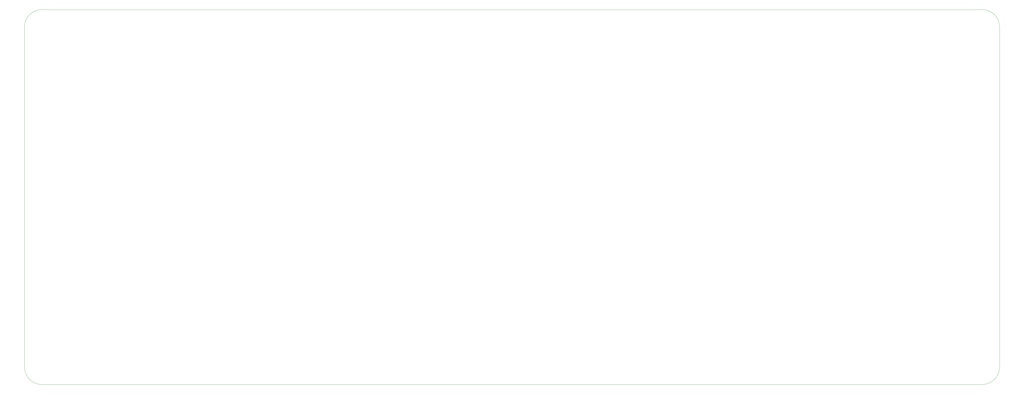
<source format=gbr>
%TF.GenerationSoftware,KiCad,Pcbnew,(6.0.4)*%
%TF.CreationDate,2022-07-07T12:58:29-04:00*%
%TF.ProjectId,Uranium,5572616e-6975-46d2-9e6b-696361645f70,rev?*%
%TF.SameCoordinates,Original*%
%TF.FileFunction,Profile,NP*%
%FSLAX46Y46*%
G04 Gerber Fmt 4.6, Leading zero omitted, Abs format (unit mm)*
G04 Created by KiCad (PCBNEW (6.0.4)) date 2022-07-07 12:58:29*
%MOMM*%
%LPD*%
G01*
G04 APERTURE LIST*
%TA.AperFunction,Profile*%
%ADD10C,0.100000*%
%TD*%
G04 APERTURE END LIST*
D10*
X646509375Y-122634375D02*
X258365625Y-122634375D01*
X258365625Y-277415625D02*
X646509375Y-277415625D01*
X646509375Y-277415625D02*
G75*
G03*
X653653125Y-270271875I25J7143725D01*
G01*
X251221875Y-270271875D02*
G75*
G03*
X258365625Y-277415625I7143725J-25D01*
G01*
X653653125Y-270271875D02*
X653653125Y-129778125D01*
X653653125Y-129778125D02*
G75*
G03*
X646509375Y-122634375I-7143725J25D01*
G01*
X258365625Y-122634375D02*
G75*
G03*
X251221875Y-129778125I-25J-7143725D01*
G01*
X251221875Y-129778125D02*
X251221875Y-270271875D01*
M02*

</source>
